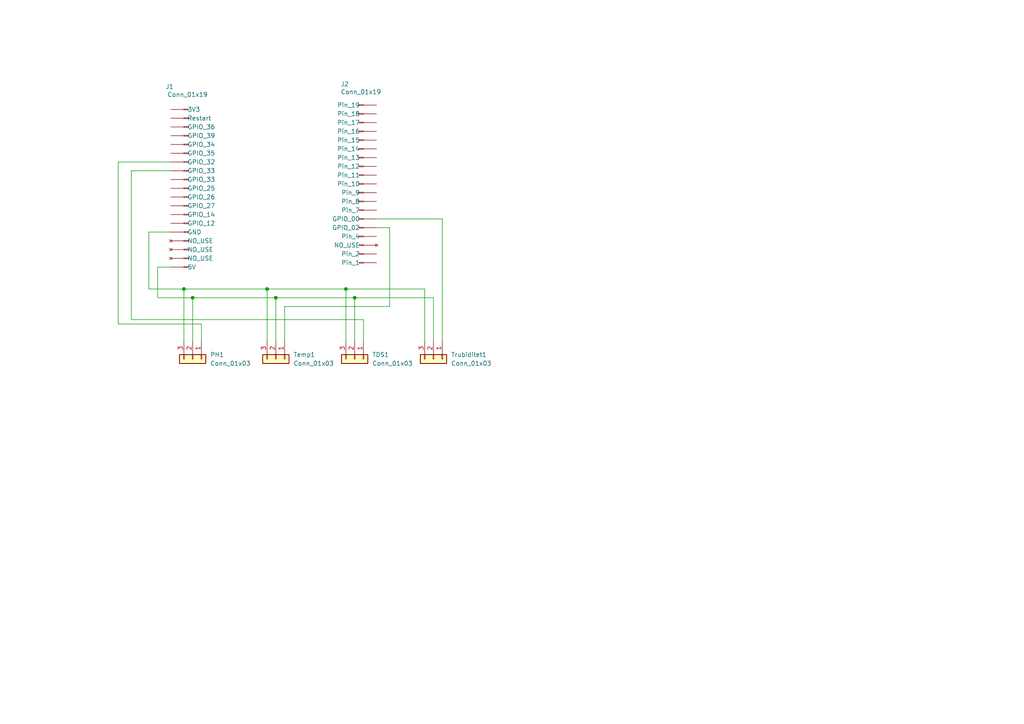
<source format=kicad_sch>
(kicad_sch (version 20231120) (generator "eeschema") (generator_version "8.0")
  (paper "A4")
  (lib_symbols
    (symbol "Conn_01x19_1" (pin_numbers hide) (pin_names (offset 1.016))
      (property "Reference" "J3" (at 48.006 31.496 0))
      (property "Value" "Conn_01x19" (at 53.086 30.226 0))
      (symbol "Conn_01x19_1_1_1"
        (rectangle (start 62.23 -18.923) (end 63.5 -19.177) (stroke (width 0.1524)))
        (rectangle (start 62.23 -16.383) (end 63.5 -16.637) (stroke (width 0.1524)))
        (rectangle (start 62.23 -13.843) (end 63.5 -14.097) (stroke (width 0.1524)))
        (rectangle (start 62.23 -11.303) (end 63.5 -11.557) (stroke (width 0.1524)))
        (rectangle (start 62.23 -8.763) (end 63.5 -9.017) (stroke (width 0.1524)))
        (rectangle (start 62.23 -6.223) (end 63.5 -6.477) (stroke (width 0.1524)))
        (rectangle (start 62.23 -3.683) (end 63.5 -3.937) (stroke (width 0.1524)))
        (rectangle (start 62.23 -1.143) (end 63.5 -1.397) (stroke (width 0.1524)))
        (rectangle (start 62.23 1.397) (end 63.5 1.143) (stroke (width 0.1524)))
        (rectangle (start 62.23 3.937) (end 63.5 3.683) (stroke (width 0.1524)))
        (rectangle (start 62.23 6.477) (end 63.5 6.223) (stroke (width 0.1524)))
        (rectangle (start 62.23 9.017) (end 63.5 8.763) (stroke (width 0.1524)))
        (rectangle (start 62.23 11.557) (end 63.5 11.303) (stroke (width 0.1524)))
        (rectangle (start 62.23 14.097) (end 63.5 13.843) (stroke (width 0.1524)))
        (rectangle (start 62.23 16.637) (end 63.5 16.383) (stroke (width 0.1524)))
        (rectangle (start 62.23 19.177) (end 63.5 18.923) (stroke (width 0.1524)))
        (rectangle (start 62.23 21.717) (end 63.5 21.463) (stroke (width 0.1524)))
        (rectangle (start 62.23 24.257) (end 63.5 24.003) (stroke (width 0.1524)))
        (rectangle (start 62.23 26.797) (end 63.5 26.543) (stroke (width 0.1524)))
        (pin power_out line (at 58.42 26.67 0) (length 3.81) (name "3V3") (number "1"))
        (pin bidirectional line (at 58.42 3.81 0) (length 3.81) (name "GPIO_25") (number "10"))
        (pin bidirectional line (at 58.42 1.27 0) (length 3.81) (name "GPIO_26") (number "11"))
        (pin bidirectional line (at 58.42 -1.27 0) (length 3.81) (name "GPIO_27") (number "12"))
        (pin bidirectional line (at 58.42 -3.81 0) (length 3.81) (name "GPIO_14") (number "13"))
        (pin passive line (at 58.42 -6.35 0) (length 3.81) (name "GPIO_12") (number "14"))
        (pin power_out line (at 58.42 -8.89 0) (length 3.81) (name "GND") (number "15"))
        (pin no_connect line (at 58.42 -11.43 0) (length 3.81) (name "NO_USE") (number "16"))
        (pin no_connect line (at 58.42 -13.97 0) (length 3.81) (name "NO_USE") (number "17"))
        (pin no_connect line (at 58.42 -16.51 0) (length 3.81) (name "NO_USE") (number "18"))
        (pin power_out line (at 58.42 -19.05 0) (length 3.81) (name "5V") (number "19"))
        (pin input line (at 58.42 24.13 0) (length 3.81) (name "Restart") (number "2"))
        (pin input line (at 58.42 21.59 0) (length 3.81) (name "GPIO_36") (number "3"))
        (pin input line (at 58.42 19.05 0) (length 3.81) (name "GPIO_39") (number "4"))
        (pin input line (at 58.42 16.51 0) (length 3.81) (name "GPIO_34") (number "5"))
        (pin input line (at 58.42 13.97 0) (length 3.81) (name "GPIO_35") (number "6"))
        (pin bidirectional line (at 58.42 11.43 0) (length 3.81) (name "GPIO_32") (number "7"))
        (pin bidirectional line (at 58.42 8.89 0) (length 3.81) (name "GPIO_33") (number "8"))
        (pin bidirectional line (at 58.42 6.35 0) (length 3.81) (name "GPIO_33") (number "9"))
      )
    )
    (symbol "Connector_Generic:Conn_01x03" (pin_names (offset 1.016) hide)
      (property "Reference" "J" (at 0 5.08 0))
      (property "Value" "Conn_01x03" (at 0 -5.08 0))
      (symbol "Conn_01x03_1_1"
        (rectangle (start -1.27 -2.413) (end 0 -2.667) (stroke (width 0.1524)))
        (rectangle (start -1.27 0.127) (end 0 -0.127) (stroke (width 0.1524)))
        (rectangle (start -1.27 2.667) (end 0 2.413) (stroke (width 0.1524)))
        (rectangle (start -1.27 3.81) (end 1.27 -3.81) (stroke (width 0.254)) (fill (type background)))
        (pin passive line (at -5.08 2.54 0) (length 3.81) (name "Pin_1") (number "1"))
        (pin passive line (at -5.08 0 0) (length 3.81) (name "Pin_2") (number "2"))
        (pin passive line (at -5.08 -2.54 0) (length 3.81) (name "Pin_3") (number "3"))
      )
    )
    (symbol "Connector_Generic:Conn_01x19" (pin_numbers hide) (pin_names (offset 1.016))
      (property "Reference" "J2" (at 16.764 23.876 0))
      (property "Value" "Conn_01x19" (at 25.908 21.844 0))
      (symbol "Conn_01x19_1_1"
        (rectangle (start 17.78 -28.067) (end 16.51 -27.813) (stroke (width 0.1524)))
        (rectangle (start 17.78 -25.527) (end 16.51 -25.273) (stroke (width 0.1524)))
        (rectangle (start 17.78 -22.987) (end 16.51 -22.733) (stroke (width 0.1524)))
        (rectangle (start 17.78 -20.447) (end 16.51 -20.193) (stroke (width 0.1524)))
        (rectangle (start 17.78 -17.907) (end 16.51 -17.653) (stroke (width 0.1524)))
        (rectangle (start 17.78 -15.367) (end 16.51 -15.113) (stroke (width 0.1524)))
        (rectangle (start 17.78 -12.827) (end 16.51 -12.573) (stroke (width 0.1524)))
        (rectangle (start 17.78 -10.287) (end 16.51 -10.033) (stroke (width 0.1524)))
        (rectangle (start 17.78 -7.747) (end 16.51 -7.493) (stroke (width 0.1524)))
        (rectangle (start 17.78 -5.207) (end 16.51 -4.953) (stroke (width 0.1524)))
        (rectangle (start 17.78 -2.667) (end 16.51 -2.413) (stroke (width 0.1524)))
        (rectangle (start 17.78 -0.127) (end 16.51 0.127) (stroke (width 0.1524)))
        (rectangle (start 17.78 2.413) (end 16.51 2.667) (stroke (width 0.1524)))
        (rectangle (start 17.78 4.953) (end 16.51 5.207) (stroke (width 0.1524)))
        (rectangle (start 17.78 7.493) (end 16.51 7.747) (stroke (width 0.1524)))
        (rectangle (start 17.78 10.033) (end 16.51 10.287) (stroke (width 0.1524)))
        (rectangle (start 17.78 12.573) (end 16.51 12.827) (stroke (width 0.1524)))
        (rectangle (start 17.78 15.113) (end 16.51 15.367) (stroke (width 0.1524)))
        (rectangle (start 17.78 17.653) (end 16.51 17.907) (stroke (width 0.1524)))
        (pin passive line (at 21.59 -27.94 180) (length 3.81) (name "Pin_1") (number "1"))
        (pin passive line (at 21.59 -5.08 180) (length 3.81) (name "Pin_10") (number "10"))
        (pin passive line (at 21.59 -2.54 180) (length 3.81) (name "Pin_11") (number "11"))
        (pin passive line (at 21.59 0 180) (length 3.81) (name "Pin_12") (number "12"))
        (pin passive line (at 21.59 2.54 180) (length 3.81) (name "Pin_13") (number "13"))
        (pin passive line (at 21.59 5.08 180) (length 3.81) (name "Pin_14") (number "14"))
        (pin passive line (at 21.59 7.62 180) (length 3.81) (name "Pin_15") (number "15"))
        (pin passive line (at 21.59 10.16 180) (length 3.81) (name "Pin_16") (number "16"))
        (pin passive line (at 21.59 12.7 180) (length 3.81) (name "Pin_17") (number "17"))
        (pin passive line (at 21.59 15.24 180) (length 3.81) (name "Pin_18") (number "18"))
        (pin passive line (at 21.59 17.78 180) (length 3.81) (name "Pin_19") (number "19"))
        (pin passive line (at 21.59 -25.4 180) (length 3.81) (name "Pin_2") (number "2"))
        (pin no_connect line (at 21.59 -22.86 180) (length 3.81) (name "NO_USE") (number "3"))
        (pin passive line (at 21.59 -20.32 180) (length 3.81) (name "Pin_4") (number "4"))
        (pin bidirectional line (at 21.59 -17.78 180) (length 3.81) (name "GPIO_02") (number "5"))
        (pin bidirectional line (at 21.59 -15.24 180) (length 3.81) (name "GPIO_00") (number "6"))
        (pin passive line (at 21.59 -12.7 180) (length 3.81) (name "Pin_7") (number "7"))
        (pin passive line (at 21.59 -10.16 180) (length 3.81) (name "Pin_8") (number "8"))
        (pin passive line (at 21.59 -7.62 180) (length 3.81) (name "Pin_9") (number "9"))
      )
    )
  )
  (junction (at 53.34 83.82))
  (junction (at 102.87 86.36))
  (junction (at 77.47 83.82))
  (junction (at 55.88 86.36))
  (junction (at 80.01 86.36))
  (junction (at 100.33 83.82))
  (wire (pts (xy 105.41 92.71) (xy 105.41 99.06)))
  (wire (pts (xy 128.27 63.5) (xy 109.22 63.5)))
  (wire (pts (xy 82.55 88.9) (xy 113.03 88.9)))
  (wire (pts (xy 77.47 83.82) (xy 77.47 99.06)))
  (wire (pts (xy 82.55 88.9) (xy 82.55 99.06)))
  (wire (pts (xy 53.34 83.82) (xy 53.34 99.06)))
  (wire (pts (xy 58.42 93.98) (xy 34.29 93.98)))
  (wire (pts (xy 105.41 92.71) (xy 38.1 92.71)))
  (wire (pts (xy 43.18 67.31) (xy 43.18 83.82)))
  (wire (pts (xy 45.72 86.36) (xy 55.88 86.36)))
  (wire (pts (xy 102.87 86.36) (xy 125.73 86.36)))
  (wire (pts (xy 34.29 93.98) (xy 34.29 46.99)))
  (wire (pts (xy 102.87 99.06) (xy 102.87 86.36)))
  (wire (pts (xy 49.53 67.31) (xy 43.18 67.31)))
  (wire (pts (xy 58.42 99.06) (xy 58.42 93.98)))
  (wire (pts (xy 38.1 49.53) (xy 49.53 49.53)))
  (wire (pts (xy 125.73 99.06) (xy 125.73 86.36)))
  (wire (pts (xy 53.34 83.82) (xy 77.47 83.82)))
  (wire (pts (xy 55.88 86.36) (xy 55.88 99.06)))
  (wire (pts (xy 100.33 99.06) (xy 100.33 83.82)))
  (wire (pts (xy 49.53 77.47) (xy 45.72 77.47)))
  (wire (pts (xy 80.01 86.36) (xy 80.01 99.06)))
  (wire (pts (xy 113.03 66.04) (xy 113.03 88.9)))
  (wire (pts (xy 109.22 66.04) (xy 113.03 66.04)))
  (wire (pts (xy 38.1 92.71) (xy 38.1 49.53)))
  (wire (pts (xy 128.27 99.06) (xy 128.27 63.5)))
  (wire (pts (xy 100.33 83.82) (xy 123.19 83.82)))
  (wire (pts (xy 43.18 83.82) (xy 53.34 83.82)))
  (wire (pts (xy 34.29 46.99) (xy 49.53 46.99)))
  (wire (pts (xy 55.88 86.36) (xy 80.01 86.36)))
  (wire (pts (xy 45.72 77.47) (xy 45.72 86.36)))
  (wire (pts (xy 123.19 99.06) (xy 123.19 83.82)))
  (wire (pts (xy 77.47 83.82) (xy 100.33 83.82)))
  (wire (pts (xy 80.01 86.36) (xy 102.87 86.36)))
  (symbol (lib_id "Connector_Generic:Conn_01x19") (at 87.63 48.26 0) (unit 1)
    (property "Reference" "J2" (at 98.806 24.384 0) (effects (justify left)))
    (property "Value" "Conn_01x19" (at 98.806 26.67 0) (effects (justify left)))
    (property "Footprint" "Connector_PinHeader_2.54mm:PinHeader_1x19_P2.54mm_Vertical" (effects (hide yes)))
    (property "Description" "Generic connector, single row, 01x19, script generated (kicad-library-utils/schlib/autogen/connector/)" (effects (hide yes)))
  )
  (symbol (lib_name "Conn_01x19_1") (lib_id "Connector_Generic:Conn_01x19") (at -8.89 58.42 0) (unit 1)
    (property "Reference" "J1" (at 48.006 25.146 0) (effects (justify left)))
    (property "Value" "Conn_01x19" (at 48.514 27.432 0) (effects (justify left)))
    (property "Footprint" "Connector_PinHeader_2.54mm:PinHeader_1x19_P2.54mm_Vertical" (effects (hide yes)))
    (property "Description" "Generic connector, single row, 01x19, script generated (kicad-library-utils/schlib/autogen/connector/)" (effects (hide yes)))
  )
  (symbol (lib_id "Connector_Generic:Conn_01x03") (at 125.73 104.14 270) (unit 1)
    (property "Reference" "Trubiditet1" (at 130.81 102.8699 90) (effects (justify left)))
    (property "Value" "Conn_01x03" (at 130.81 105.4099 90) (effects (justify left)))
    (property "Footprint" "Connector_JST:JST_PH_S3B-PH-K_1x03_P2.00mm_Horizontal" (effects (hide yes)))
    (property "Description" "Generic connector, single row, 01x03, script generated (kicad-library-utils/schlib/autogen/connector/)" (effects (hide yes)))
  )
  (symbol (lib_id "Connector_Generic:Conn_01x03") (at 102.87 104.14 270) (unit 1)
    (property "Reference" "TDS1" (at 107.95 102.8699 90) (effects (justify left)))
    (property "Value" "Conn_01x03" (at 107.95 105.4099 90) (effects (justify left)))
    (property "Footprint" "Connector_JST:JST_PH_S3B-PH-K_1x03_P2.00mm_Horizontal" (effects (hide yes)))
    (property "Description" "Generic connector, single row, 01x03, script generated (kicad-library-utils/schlib/autogen/connector/)" (effects (hide yes)))
  )
  (symbol (lib_id "Connector_Generic:Conn_01x03") (at 80.01 104.14 270) (unit 1)
    (property "Reference" "Temp1" (at 85.09 102.8699 90) (effects (justify left)))
    (property "Value" "Conn_01x03" (at 85.09 105.4099 90) (effects (justify left)))
    (property "Footprint" "Connector_JST:JST_PH_S3B-PH-K_1x03_P2.00mm_Horizontal" (effects (hide yes)))
    (property "Description" "Generic connector, single row, 01x03, script generated (kicad-library-utils/schlib/autogen/connector/)" (effects (hide yes)))
  )
  (symbol (lib_id "Connector_Generic:Conn_01x03") (at 55.88 104.14 270) (unit 1)
    (property "Reference" "PH1" (at 60.96 102.8699 90) (effects (justify left)))
    (property "Value" "Conn_01x03" (at 60.96 105.4099 90) (effects (justify left)))
    (property "Footprint" "Connector_JST:JST_PH_S3B-PH-K_1x03_P2.00mm_Horizontal" (effects (hide yes)))
    (property "Description" "Generic connector, single row, 01x03, script generated (kicad-library-utils/schlib/autogen/connector/)" (effects (hide yes)))
  )
)
</source>
